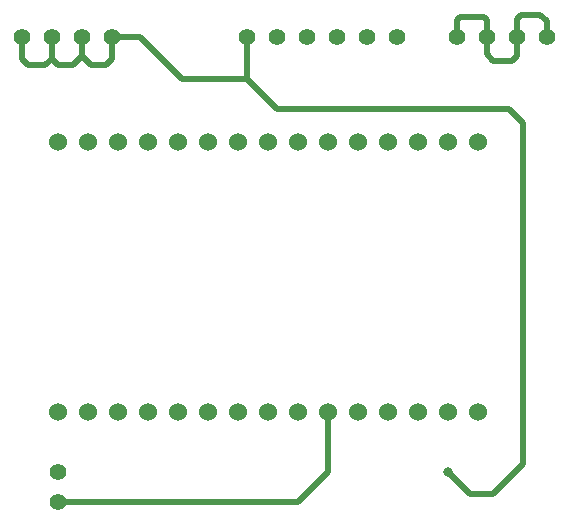
<source format=gbr>
%TF.GenerationSoftware,KiCad,Pcbnew,7.0.1*%
%TF.CreationDate,2023-04-17T15:40:40+09:00*%
%TF.ProjectId,Laser Pointer,4c617365-7220-4506-9f69-6e7465722e6b,rev?*%
%TF.SameCoordinates,Original*%
%TF.FileFunction,Copper,L2,Bot*%
%TF.FilePolarity,Positive*%
%FSLAX46Y46*%
G04 Gerber Fmt 4.6, Leading zero omitted, Abs format (unit mm)*
G04 Created by KiCad (PCBNEW 7.0.1) date 2023-04-17 15:40:40*
%MOMM*%
%LPD*%
G01*
G04 APERTURE LIST*
%TA.AperFunction,ComponentPad*%
%ADD10C,1.400000*%
%TD*%
%TA.AperFunction,ComponentPad*%
%ADD11C,1.524000*%
%TD*%
%TA.AperFunction,ViaPad*%
%ADD12C,0.800000*%
%TD*%
%TA.AperFunction,Conductor*%
%ADD13C,0.500000*%
%TD*%
G04 APERTURE END LIST*
D10*
%TO.P,GND,1*%
%TO.N,N/C*%
X104140000Y-119380000D03*
%TO.P,GND,2*%
X104140000Y-121920000D03*
%TD*%
D11*
%TO.P,LaserPointer ver.A,1*%
%TO.N,N/C*%
X104140000Y-114300000D03*
%TO.P,LaserPointer ver.A,2*%
X106680000Y-114300000D03*
%TO.P,LaserPointer ver.A,3*%
X109220000Y-114300000D03*
%TO.P,LaserPointer ver.A,4*%
X111760000Y-114300000D03*
%TO.P,LaserPointer ver.A,5*%
X114300000Y-114300000D03*
%TO.P,LaserPointer ver.A,6*%
X116840000Y-114300000D03*
%TO.P,LaserPointer ver.A,7*%
X119380000Y-114300000D03*
%TO.P,LaserPointer ver.A,8*%
X121920000Y-114300000D03*
%TO.P,LaserPointer ver.A,9*%
X124460000Y-114300000D03*
%TO.P,LaserPointer ver.A,10*%
X127000000Y-114300000D03*
%TO.P,LaserPointer ver.A,11*%
X129540000Y-114300000D03*
%TO.P,LaserPointer ver.A,12*%
X132080000Y-114300000D03*
%TO.P,LaserPointer ver.A,13*%
X134620000Y-114300000D03*
%TO.P,LaserPointer ver.A,14*%
X137160000Y-114300000D03*
%TO.P,LaserPointer ver.A,15*%
X139700000Y-114300000D03*
%TO.P,LaserPointer ver.A,16*%
X139700000Y-91440000D03*
%TO.P,LaserPointer ver.A,17*%
X137160000Y-91440000D03*
%TO.P,LaserPointer ver.A,18*%
X134620000Y-91440000D03*
%TO.P,LaserPointer ver.A,19*%
X132080000Y-91440000D03*
%TO.P,LaserPointer ver.A,20*%
X129540000Y-91440000D03*
%TO.P,LaserPointer ver.A,21*%
X127000000Y-91440000D03*
%TO.P,LaserPointer ver.A,22*%
X124460000Y-91440000D03*
%TO.P,LaserPointer ver.A,23*%
X121920000Y-91440000D03*
%TO.P,LaserPointer ver.A,24*%
X119380000Y-91440000D03*
%TO.P,LaserPointer ver.A,25*%
X116840000Y-91440000D03*
%TO.P,LaserPointer ver.A,26*%
X114300000Y-91440000D03*
%TO.P,LaserPointer ver.A,27*%
X111760000Y-91440000D03*
%TO.P,LaserPointer ver.A,28*%
X109220000Y-91440000D03*
%TO.P,LaserPointer ver.A,29*%
X106680000Y-91440000D03*
%TO.P,LaserPointer ver.A,30*%
X104140000Y-91440000D03*
%TD*%
D10*
%TO.P,1x4 2.54mm Wafer,1*%
%TO.N,N/C*%
X108732696Y-82503210D03*
X106192696Y-82503210D03*
X103652696Y-82503210D03*
X101112696Y-82503210D03*
%TD*%
%TO.P,1x4 2.54mm Wafer,1*%
%TO.N,N/C*%
X145562696Y-82503210D03*
X143022696Y-82503210D03*
X140482696Y-82503210D03*
X137942696Y-82503210D03*
%TD*%
%TO.P,1x4 2.54mm Wafer,1*%
%TO.N,N/C*%
X132862696Y-82503210D03*
X130322696Y-82503210D03*
X127782696Y-82503210D03*
X125242696Y-82503210D03*
X122702696Y-82503210D03*
X120162696Y-82503210D03*
%TD*%
D12*
%TO.N,*%
X137160000Y-119380000D03*
%TD*%
D13*
%TO.N,*%
X101112696Y-84412696D02*
X101112696Y-82503210D01*
X101640000Y-84940000D02*
X101112696Y-84412696D01*
X103110000Y-84940000D02*
X101640000Y-84940000D01*
X103652696Y-84397304D02*
X103110000Y-84940000D01*
X103652696Y-84392696D02*
X103652696Y-84397304D01*
X104160000Y-84900000D02*
X103652696Y-84392696D01*
X106167304Y-84142696D02*
X105410000Y-84900000D01*
X105410000Y-84900000D02*
X104160000Y-84900000D01*
X103652696Y-84392696D02*
X103652696Y-82503210D01*
X106192696Y-84142696D02*
X106167304Y-84142696D01*
X106950000Y-84900000D02*
X106192696Y-84142696D01*
X108230000Y-84900000D02*
X106950000Y-84900000D01*
X106192696Y-84142696D02*
X106192696Y-82503210D01*
X108732696Y-84397304D02*
X108230000Y-84900000D01*
X108732696Y-82503210D02*
X108732696Y-84397304D01*
X111103210Y-82503210D02*
X108732696Y-82503210D01*
X114642696Y-86042696D02*
X111103210Y-82503210D01*
X120162696Y-86042696D02*
X114642696Y-86042696D01*
X120162696Y-86042696D02*
X120162696Y-82503210D01*
X137942696Y-81117304D02*
X137942696Y-82503210D01*
X140230000Y-80820000D02*
X138240000Y-80820000D01*
X140482696Y-82503210D02*
X140482696Y-81072696D01*
X140482696Y-81072696D02*
X140230000Y-80820000D01*
X138240000Y-80820000D02*
X137942696Y-81117304D01*
X141040000Y-84530000D02*
X140482696Y-83972696D01*
X140482696Y-83972696D02*
X140482696Y-82503210D01*
X142610000Y-84530000D02*
X141040000Y-84530000D01*
X143022696Y-84117304D02*
X142610000Y-84530000D01*
X143022696Y-82503210D02*
X143022696Y-84117304D01*
X143022696Y-81007304D02*
X143022696Y-82503210D01*
X145010000Y-80660000D02*
X143370000Y-80660000D01*
X145562696Y-81212696D02*
X145010000Y-80660000D01*
X145562696Y-82503210D02*
X145562696Y-81212696D01*
X143370000Y-80660000D02*
X143022696Y-81007304D01*
X122710000Y-88590000D02*
X120162696Y-86042696D01*
X142320000Y-88590000D02*
X122710000Y-88590000D01*
X143530000Y-89800000D02*
X142320000Y-88590000D01*
X143530000Y-118700000D02*
X143530000Y-89800000D01*
X140970000Y-121260000D02*
X143530000Y-118700000D01*
X139040000Y-121260000D02*
X140970000Y-121260000D01*
X137160000Y-119380000D02*
X139040000Y-121260000D01*
X127000000Y-119380000D02*
X127000000Y-114300000D01*
X124460000Y-121920000D02*
X127000000Y-119380000D01*
X104140000Y-121920000D02*
X124460000Y-121920000D01*
%TD*%
M02*

</source>
